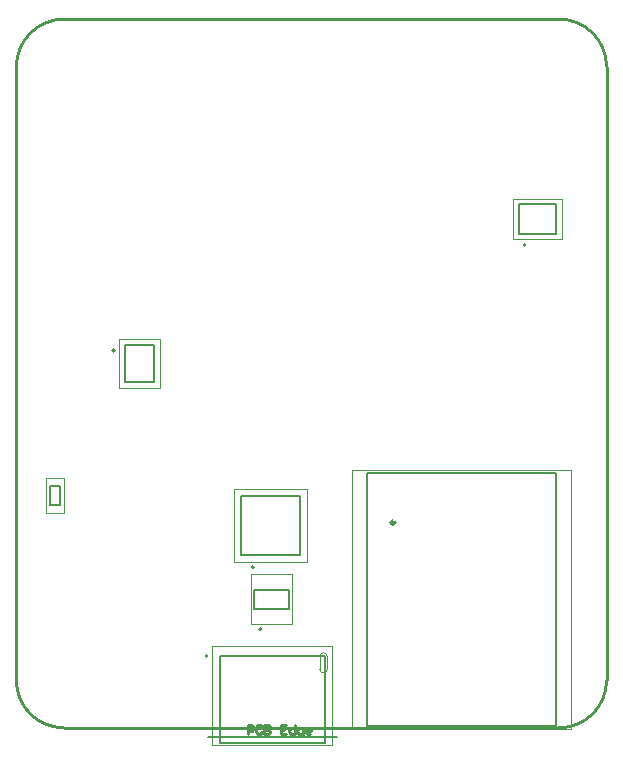
<source format=gko>
G04*
G04 #@! TF.GenerationSoftware,Altium Limited,Altium Designer,20.0.12 (288)*
G04*
G04 Layer_Color=16711935*
%FSLAX44Y44*%
%MOMM*%
G71*
G01*
G75*
%ADD10C,0.2000*%
%ADD11C,0.3000*%
%ADD12C,0.2540*%
%ADD14C,0.1270*%
%ADD16C,0.0000*%
%ADD17C,0.0500*%
D10*
X1376250Y574000D02*
G03*
X1376250Y574000I-1000J0D01*
G01*
X1500550Y337750D02*
G03*
X1500550Y337750I-1000J0D01*
G01*
X1454970Y315500D02*
G03*
X1454970Y315500I-1000J0D01*
G01*
X1494000Y390350D02*
G03*
X1494000Y390350I-1000J0D01*
G01*
X1724250Y663250D02*
G03*
X1724250Y663250I-1000J0D01*
G01*
D11*
X1613250Y428200D02*
G03*
X1613250Y428200I-1500J0D01*
G01*
D12*
X1752668Y254500D02*
G03*
X1792720Y294552I0J40052D01*
G01*
X1293000Y294601D02*
G03*
X1333101Y254500I40101J0D01*
G01*
X1333498Y854500D02*
G03*
X1293000Y814002I0J-40498D01*
G01*
X1792720Y814275D02*
G03*
X1752495Y854500I-40225J0D01*
G01*
X1333101Y254500D02*
X1752668D01*
X1792720Y294552D02*
Y814275D01*
X1293000Y294601D02*
Y814002D01*
X1333498Y854500D02*
X1752495D01*
X1489020Y249500D02*
Y256498D01*
X1492519D01*
X1493685Y255331D01*
Y252999D01*
X1492519Y251833D01*
X1489020D01*
X1500683Y255331D02*
X1499517Y256498D01*
X1497184D01*
X1496018Y255331D01*
Y250666D01*
X1497184Y249500D01*
X1499517D01*
X1500683Y250666D01*
X1503015Y256498D02*
Y249500D01*
X1506514D01*
X1507681Y250666D01*
Y251833D01*
X1506514Y252999D01*
X1503015D01*
X1506514D01*
X1507681Y254165D01*
Y255331D01*
X1506514Y256498D01*
X1503015D01*
X1521676D02*
X1517011D01*
Y249500D01*
X1521676D01*
X1517011Y252999D02*
X1519344D01*
X1528674Y256498D02*
Y249500D01*
X1525175D01*
X1524009Y250666D01*
Y252999D01*
X1525175Y254165D01*
X1528674D01*
X1533339Y247167D02*
X1534505D01*
X1535672Y248334D01*
Y254165D01*
X1532173D01*
X1531006Y252999D01*
Y250666D01*
X1532173Y249500D01*
X1535672D01*
X1541503D02*
X1539171D01*
X1538004Y250666D01*
Y252999D01*
X1539171Y254165D01*
X1541503D01*
X1542669Y252999D01*
Y251833D01*
X1538004D01*
D14*
X1384750Y579000D02*
X1409750D01*
Y547000D02*
Y579000D01*
X1384750Y547000D02*
Y579000D01*
Y547000D02*
X1409750D01*
X1321750Y458850D02*
X1329750D01*
Y442850D02*
Y458850D01*
X1321750Y442850D02*
X1329750D01*
X1321750D02*
Y458850D01*
X1494375Y355175D02*
Y371425D01*
X1523625D01*
Y355175D02*
Y371425D01*
X1494375Y355175D02*
X1523625D01*
X1465020Y242000D02*
Y315500D01*
Y242000D02*
X1554420D01*
Y315500D01*
X1465020D02*
X1554420D01*
X1455020Y246900D02*
X1564420D01*
X1533000Y400750D02*
Y450750D01*
X1483000Y400750D02*
Y450750D01*
X1533000D01*
X1483000Y400750D02*
X1533000D01*
X1589750Y256000D02*
X1749750D01*
X1589750D02*
Y470000D01*
X1749750D01*
Y256000D02*
Y470000D01*
X1718250Y672750D02*
Y697750D01*
X1750250D01*
X1718250Y672750D02*
X1750250D01*
Y697750D01*
D16*
X1552894Y318099D02*
G03*
X1549721Y314575I176J-3349D01*
G01*
X1556219Y315115D02*
G03*
X1552905Y318099I-3149J-165D01*
G01*
Y301101D02*
G03*
X1556219Y304085I165J3149D01*
G01*
X1549720Y304092D02*
G03*
X1552928Y301100I3100J108D01*
G01*
X1556220Y304100D02*
Y315100D01*
X1549720Y304100D02*
Y314600D01*
D17*
X1380250Y583500D02*
X1414250D01*
X1380250Y542500D02*
Y583500D01*
X1414250Y542500D02*
Y583500D01*
X1380250Y542500D02*
X1414250D01*
X1333100Y436000D02*
Y465700D01*
X1318400Y436000D02*
X1333100D01*
X1318400D02*
Y465700D01*
X1333100D01*
X1491875Y342200D02*
X1526125D01*
Y384400D01*
X1491875D02*
X1526125D01*
X1491875Y342200D02*
Y384400D01*
X1458970Y239500D02*
Y323700D01*
Y239500D02*
X1560470D01*
Y323700D01*
X1458970D02*
X1560470D01*
X1539050Y394700D02*
Y456800D01*
X1476950Y394700D02*
Y456800D01*
Y394700D02*
X1539050D01*
X1476950Y456800D02*
X1539050D01*
X1577250Y253500D02*
X1762250D01*
X1577250D02*
Y472500D01*
X1762250D01*
Y253500D02*
Y472500D01*
X1713750Y668250D02*
Y702250D01*
Y668250D02*
X1754750D01*
X1713750Y702250D02*
X1754750D01*
Y668250D02*
Y702250D01*
M02*

</source>
